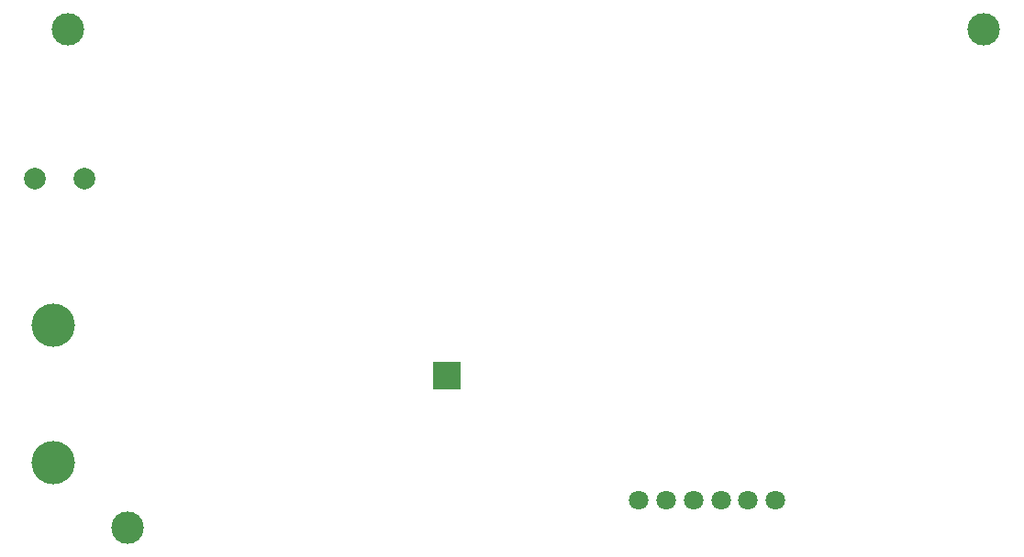
<source format=gbs>
G04 (created by PCBNEW (2013-07-07 BZR 4022)-stable) date 8/5/2014 5:00:46 PM*
%MOIN*%
G04 Gerber Fmt 3.4, Leading zero omitted, Abs format*
%FSLAX34Y34*%
G01*
G70*
G90*
G04 APERTURE LIST*
%ADD10C,0.00590551*%
%ADD11C,0.0708661*%
%ADD12C,0.0787*%
%ADD13R,0.0984X0.0984*%
%ADD14C,0.15748*%
%ADD15C,0.11811*%
G04 APERTURE END LIST*
G54D10*
G54D11*
X60940Y-39763D03*
X61940Y-39763D03*
X56948Y-39763D03*
X57948Y-39763D03*
X59944Y-39763D03*
X58944Y-39763D03*
G54D12*
X36811Y-28070D03*
X35039Y-28070D03*
G54D13*
X50003Y-35208D03*
G54D14*
X35681Y-38389D03*
X35681Y-33389D03*
G54D15*
X69488Y-22637D03*
X36220Y-22637D03*
X38385Y-40748D03*
M02*

</source>
